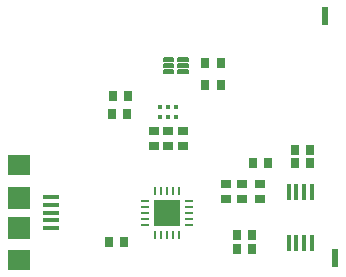
<source format=gtp>
G75*
G70*
%OFA0B0*%
%FSLAX24Y24*%
%IPPOS*%
%LPD*%
%AMOC8*
5,1,8,0,0,1.08239X$1,22.5*
%
%ADD10R,0.0380X0.0120*%
%ADD11R,0.0340X0.0120*%
%ADD12C,0.0060*%
%ADD13R,0.0276X0.0354*%
%ADD14R,0.0354X0.0276*%
%ADD15R,0.0177X0.0177*%
%ADD16R,0.0157X0.0177*%
%ADD17R,0.0170X0.0560*%
%ADD18R,0.0256X0.0098*%
%ADD19R,0.0098X0.0256*%
%ADD20R,0.0886X0.0886*%
%ADD21R,0.0551X0.0138*%
%ADD22R,0.0748X0.0709*%
%ADD23R,0.0748X0.0748*%
%ADD24R,0.0197X0.0591*%
D10*
X029061Y012064D03*
D11*
X029041Y011864D03*
X029521Y011864D03*
X029521Y012064D03*
X029521Y011664D03*
X029041Y011664D03*
D12*
X029201Y011614D02*
X029201Y011714D01*
X028881Y011714D01*
X028881Y011614D01*
X029201Y011614D01*
X029361Y011614D02*
X029361Y011714D01*
X029681Y011714D01*
X029681Y011614D01*
X029361Y011614D01*
X029361Y011814D02*
X029681Y011814D01*
X029681Y011914D01*
X029361Y011914D01*
X029361Y011814D01*
X029201Y011814D02*
X029201Y011914D01*
X028881Y011914D01*
X028881Y011814D01*
X029201Y011814D01*
X029201Y012014D02*
X029201Y012114D01*
X028881Y012114D01*
X028881Y012014D01*
X029201Y012014D01*
X029361Y012014D02*
X029361Y012114D01*
X029681Y012114D01*
X029681Y012014D01*
X029361Y012014D01*
D13*
X030261Y011970D03*
X030773Y011970D03*
X030781Y011222D03*
X030269Y011222D03*
X027682Y010868D03*
X027171Y010868D03*
X027147Y010246D03*
X027659Y010246D03*
X031852Y008632D03*
X032364Y008632D03*
X033245Y008616D03*
X033757Y008616D03*
X033761Y009077D03*
X033249Y009077D03*
X031820Y006238D03*
X031308Y006238D03*
X031312Y005750D03*
X031824Y005750D03*
X027560Y005986D03*
X027049Y005986D03*
D14*
X030950Y007423D03*
X031478Y007427D03*
X032100Y007427D03*
X032100Y007939D03*
X031478Y007939D03*
X030950Y007935D03*
X029509Y009195D03*
X029017Y009195D03*
X028541Y009195D03*
X028541Y009707D03*
X029017Y009707D03*
X029509Y009707D03*
D15*
X029279Y010161D03*
X029279Y010496D03*
X028747Y010496D03*
X028747Y010161D03*
D16*
X029013Y010161D03*
X029013Y010496D03*
D17*
X033050Y007673D03*
X033300Y007673D03*
X033560Y007673D03*
X033810Y007673D03*
X033810Y005953D03*
X033560Y005953D03*
X033300Y005953D03*
X033050Y005953D03*
D18*
X029714Y006577D03*
X029714Y006773D03*
X029714Y006970D03*
X029714Y007167D03*
X029714Y007364D03*
X028257Y007364D03*
X028257Y007167D03*
X028257Y006970D03*
X028257Y006773D03*
X028257Y006577D03*
D19*
X028592Y006242D03*
X028789Y006242D03*
X028986Y006242D03*
X029182Y006242D03*
X029379Y006242D03*
X029379Y007699D03*
X029182Y007699D03*
X028986Y007699D03*
X028789Y007699D03*
X028592Y007699D03*
D20*
X028986Y006970D03*
D21*
X025112Y006978D03*
X025112Y006722D03*
X025112Y006466D03*
X025112Y007234D03*
X025112Y007490D03*
D22*
X024068Y005403D03*
X024068Y008553D03*
D23*
X024068Y007478D03*
X024068Y006478D03*
D24*
X034572Y005474D03*
X034257Y013545D03*
M02*

</source>
